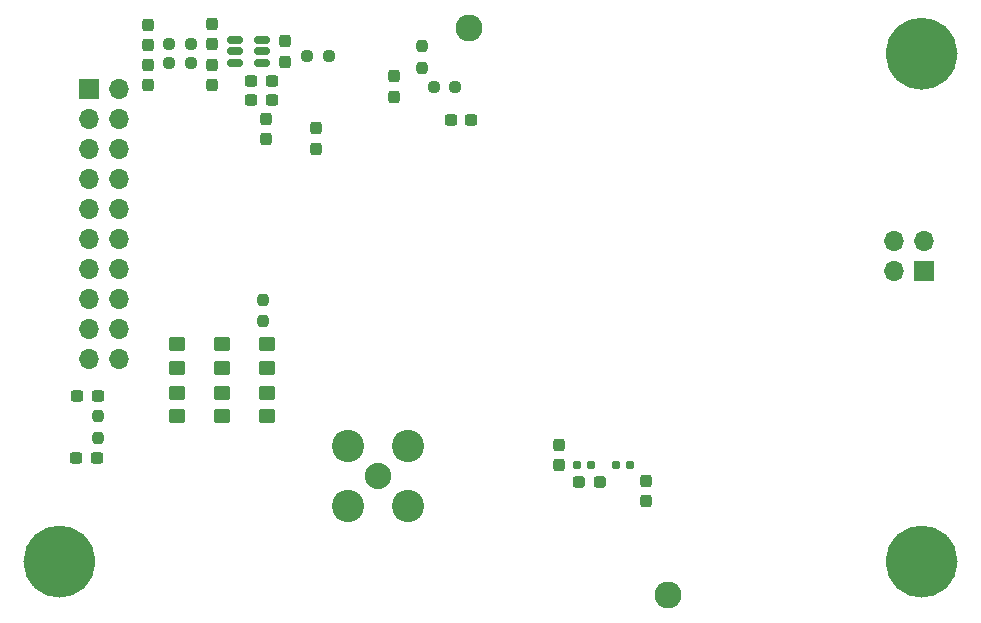
<source format=gbr>
%TF.GenerationSoftware,KiCad,Pcbnew,8.0.9-8.0.9-0~ubuntu22.04.1*%
%TF.CreationDate,2026-02-07T13:51:36+01:00*%
%TF.ProjectId,HW_0008_PrestoLO_rev01b,48575f30-3030-4385-9f50-726573746f4c,rev?*%
%TF.SameCoordinates,Original*%
%TF.FileFunction,Soldermask,Bot*%
%TF.FilePolarity,Negative*%
%FSLAX46Y46*%
G04 Gerber Fmt 4.6, Leading zero omitted, Abs format (unit mm)*
G04 Created by KiCad (PCBNEW 8.0.9-8.0.9-0~ubuntu22.04.1) date 2026-02-07 13:51:36*
%MOMM*%
%LPD*%
G01*
G04 APERTURE LIST*
G04 Aperture macros list*
%AMRoundRect*
0 Rectangle with rounded corners*
0 $1 Rounding radius*
0 $2 $3 $4 $5 $6 $7 $8 $9 X,Y pos of 4 corners*
0 Add a 4 corners polygon primitive as box body*
4,1,4,$2,$3,$4,$5,$6,$7,$8,$9,$2,$3,0*
0 Add four circle primitives for the rounded corners*
1,1,$1+$1,$2,$3*
1,1,$1+$1,$4,$5*
1,1,$1+$1,$6,$7*
1,1,$1+$1,$8,$9*
0 Add four rect primitives between the rounded corners*
20,1,$1+$1,$2,$3,$4,$5,0*
20,1,$1+$1,$4,$5,$6,$7,0*
20,1,$1+$1,$6,$7,$8,$9,0*
20,1,$1+$1,$8,$9,$2,$3,0*%
G04 Aperture macros list end*
%ADD10C,3.050000*%
%ADD11C,2.286000*%
%ADD12R,1.700000X1.700000*%
%ADD13O,1.700000X1.700000*%
%ADD14RoundRect,0.250000X-0.450000X0.350000X-0.450000X-0.350000X0.450000X-0.350000X0.450000X0.350000X0*%
%ADD15RoundRect,0.237500X0.237500X-0.300000X0.237500X0.300000X-0.237500X0.300000X-0.237500X-0.300000X0*%
%ADD16RoundRect,0.237500X-0.250000X-0.237500X0.250000X-0.237500X0.250000X0.237500X-0.250000X0.237500X0*%
%ADD17RoundRect,0.237500X-0.237500X0.250000X-0.237500X-0.250000X0.237500X-0.250000X0.237500X0.250000X0*%
%ADD18RoundRect,0.237500X-0.300000X-0.237500X0.300000X-0.237500X0.300000X0.237500X-0.300000X0.237500X0*%
%ADD19RoundRect,0.150000X0.512500X0.150000X-0.512500X0.150000X-0.512500X-0.150000X0.512500X-0.150000X0*%
%ADD20RoundRect,0.237500X-0.237500X0.300000X-0.237500X-0.300000X0.237500X-0.300000X0.237500X0.300000X0*%
%ADD21RoundRect,0.237500X0.300000X0.237500X-0.300000X0.237500X-0.300000X-0.237500X0.300000X-0.237500X0*%
%ADD22RoundRect,0.237500X0.250000X0.237500X-0.250000X0.237500X-0.250000X-0.237500X0.250000X-0.237500X0*%
%ADD23RoundRect,0.237500X-0.237500X0.287500X-0.237500X-0.287500X0.237500X-0.287500X0.237500X0.287500X0*%
%ADD24C,2.240000*%
%ADD25C,2.740000*%
%ADD26RoundRect,0.160000X0.197500X0.160000X-0.197500X0.160000X-0.197500X-0.160000X0.197500X-0.160000X0*%
%ADD27RoundRect,0.237500X0.287500X0.237500X-0.287500X0.237500X-0.287500X-0.237500X0.287500X-0.237500X0*%
G04 APERTURE END LIST*
D10*
X144025000Y-40000000D02*
G75*
G02*
X140975000Y-40000000I-1525000J0D01*
G01*
X140975000Y-40000000D02*
G75*
G02*
X144025000Y-40000000I1525000J0D01*
G01*
X71025000Y-83000000D02*
G75*
G02*
X67975000Y-83000000I-1525000J0D01*
G01*
X67975000Y-83000000D02*
G75*
G02*
X71025000Y-83000000I1525000J0D01*
G01*
X144025000Y-83000000D02*
G75*
G02*
X140975000Y-83000000I-1525000J0D01*
G01*
X140975000Y-83000000D02*
G75*
G02*
X144025000Y-83000000I1525000J0D01*
G01*
D11*
%TO.C,J3*%
X104150000Y-37800000D03*
X121050000Y-85800000D03*
%TD*%
D12*
%TO.C,J1*%
X72000000Y-43000000D03*
D13*
X74540000Y-43000000D03*
X72000000Y-45540000D03*
X74540000Y-45540000D03*
X72000000Y-48080000D03*
X74540000Y-48080000D03*
X72000000Y-50620000D03*
X74540000Y-50620000D03*
X72000000Y-53160000D03*
X74540000Y-53160000D03*
X72000000Y-55700000D03*
X74540000Y-55700000D03*
X72000000Y-58240000D03*
X74540000Y-58240000D03*
X72000000Y-60780000D03*
X74540000Y-60780000D03*
X72000000Y-63320000D03*
X74540000Y-63320000D03*
X72000000Y-65860000D03*
X74540000Y-65860000D03*
%TD*%
D14*
%TO.C,R31*%
X87100000Y-68687500D03*
X87100000Y-70687500D03*
%TD*%
D15*
%TO.C,C110*%
X88600000Y-40662500D03*
X88600000Y-38937500D03*
%TD*%
D16*
%TO.C,R41*%
X90487500Y-40200000D03*
X92312500Y-40200000D03*
%TD*%
D14*
%TO.C,R27*%
X83300000Y-68687500D03*
X83300000Y-70687500D03*
%TD*%
D17*
%TO.C,R39*%
X100200000Y-39387500D03*
X100200000Y-41212500D03*
%TD*%
D18*
%TO.C,C23*%
X71025000Y-69000000D03*
X72750000Y-69000000D03*
%TD*%
D17*
%TO.C,R9*%
X72787500Y-70687500D03*
X72787500Y-72512500D03*
%TD*%
D14*
%TO.C,R30*%
X87100000Y-64600000D03*
X87100000Y-66600000D03*
%TD*%
D19*
%TO.C,U10*%
X86675000Y-38850000D03*
X86675000Y-39800000D03*
X86675000Y-40750000D03*
X84400000Y-40750000D03*
X84400000Y-39800000D03*
X84400000Y-38850000D03*
%TD*%
D15*
%TO.C,C51*%
X119150000Y-77862500D03*
X119150000Y-76137500D03*
%TD*%
D20*
%TO.C,C88*%
X111800000Y-73137500D03*
X111800000Y-74862500D03*
%TD*%
D21*
%TO.C,C116*%
X87462500Y-43900000D03*
X85737500Y-43900000D03*
%TD*%
D15*
%TO.C,C114*%
X82400000Y-42662500D03*
X82400000Y-40937500D03*
%TD*%
%TO.C,C127*%
X87000000Y-47262500D03*
X87000000Y-45537500D03*
%TD*%
D18*
%TO.C,C36*%
X70925000Y-74200000D03*
X72650000Y-74200000D03*
%TD*%
D14*
%TO.C,R28*%
X79500000Y-64600000D03*
X79500000Y-66600000D03*
%TD*%
D22*
%TO.C,R106*%
X103012500Y-42800000D03*
X101187500Y-42800000D03*
%TD*%
D14*
%TO.C,R29*%
X79500000Y-68687500D03*
X79500000Y-70687500D03*
%TD*%
D12*
%TO.C,J101*%
X142675000Y-58375000D03*
D13*
X142675000Y-55835000D03*
X140135000Y-58375000D03*
X140135000Y-55835000D03*
%TD*%
D23*
%TO.C,FB13*%
X91200000Y-46325000D03*
X91200000Y-48075000D03*
%TD*%
D16*
%TO.C,R43*%
X78800000Y-40800000D03*
X80625000Y-40800000D03*
%TD*%
D20*
%TO.C,C113*%
X77000000Y-37537500D03*
X77000000Y-39262500D03*
%TD*%
D14*
%TO.C,R26*%
X83300000Y-64600000D03*
X83300000Y-66600000D03*
%TD*%
D23*
%TO.C,FB10*%
X97800000Y-41925000D03*
X97800000Y-43675000D03*
%TD*%
D24*
%TO.C,J2*%
X96500000Y-75750000D03*
D25*
X93960000Y-73210000D03*
X93960000Y-78290000D03*
X99040000Y-73210000D03*
X99040000Y-78290000D03*
%TD*%
D16*
%TO.C,R42*%
X78800000Y-39200000D03*
X80625000Y-39200000D03*
%TD*%
D21*
%TO.C,C117*%
X87462500Y-42300000D03*
X85737500Y-42300000D03*
%TD*%
D26*
%TO.C,R104*%
X117797500Y-74800000D03*
X116602500Y-74800000D03*
%TD*%
D21*
%TO.C,C44*%
X104362500Y-45600000D03*
X102637500Y-45600000D03*
%TD*%
D15*
%TO.C,C112*%
X77000000Y-42662500D03*
X77000000Y-40937500D03*
%TD*%
D17*
%TO.C,R107*%
X86750000Y-60837500D03*
X86750000Y-62662500D03*
%TD*%
D26*
%TO.C,R103*%
X114497500Y-74800000D03*
X113302500Y-74800000D03*
%TD*%
D27*
%TO.C,FB9*%
X115275000Y-76300000D03*
X113525000Y-76300000D03*
%TD*%
D20*
%TO.C,C115*%
X82400000Y-37475000D03*
X82400000Y-39200000D03*
%TD*%
M02*

</source>
